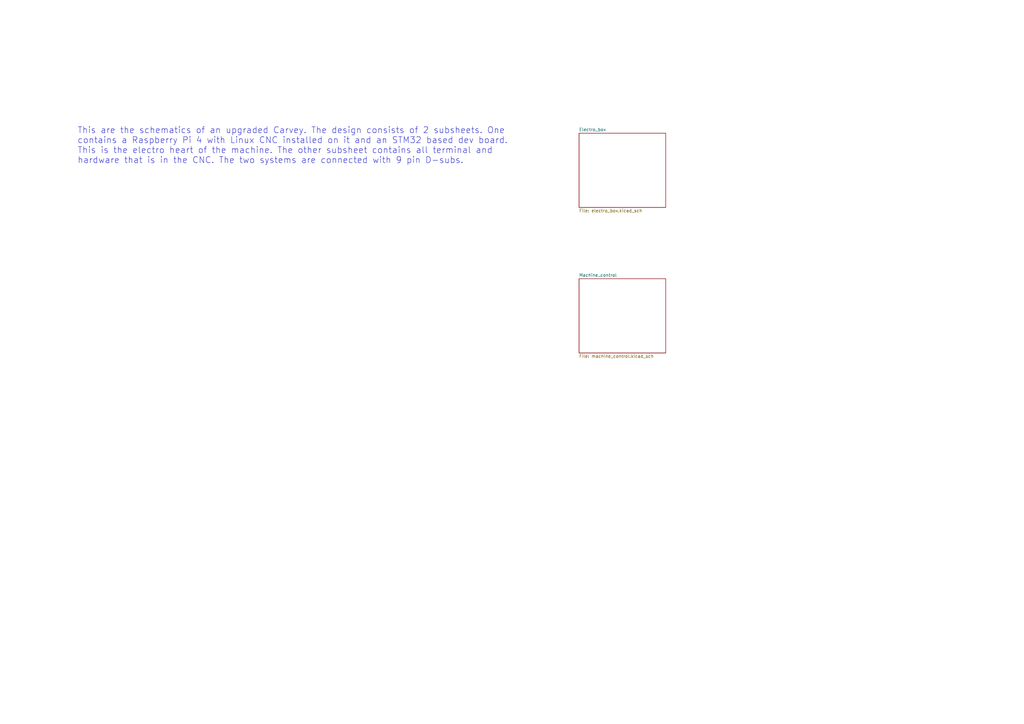
<source format=kicad_sch>
(kicad_sch (version 20211123) (generator eeschema)
  (paper "A3")
  (title_block (title "Upgraded carvey") (date "2022-11-30"))
  (lib_symbols)
  (text "This are the schematics of an upgraded Carvey. The design consists of 2 subsheets. One\ncontains a Raspberry Pi 4 with Linux CNC installed on it and an STM32 based dev board.\nThis is the electro heart of the machine. The other subsheet contains all terminal and\nhardware that is in the CNC. The two systems are connected with 9 pin D-subs." (at 31.75 67.31 0) (effects (font (size 2.54 2.54)) (justify left bottom)))
  (sheet (at 237.49 114.3) (size 35.56 30.48) (stroke (width 0.1524))
    (property "Sheet name" "Machine_control" (at 237.49 113.5884 0) (effects (justify left bottom)))
    (property "Sheet file" "machine_control.kicad_sch" (at 237.49 145.3646 0) (effects (justify left top)))
  )
  (sheet (at 237.49 54.61) (size 35.56 30.48) (stroke (width 0.1524))
    (property "Sheet name" "Electro_box" (at 237.49 53.8984 0) (effects (justify left bottom)))
    (property "Sheet file" "electro_box.kicad_sch" (at 237.49 85.6746 0) (effects (justify left top)))
  )
)
</source>
